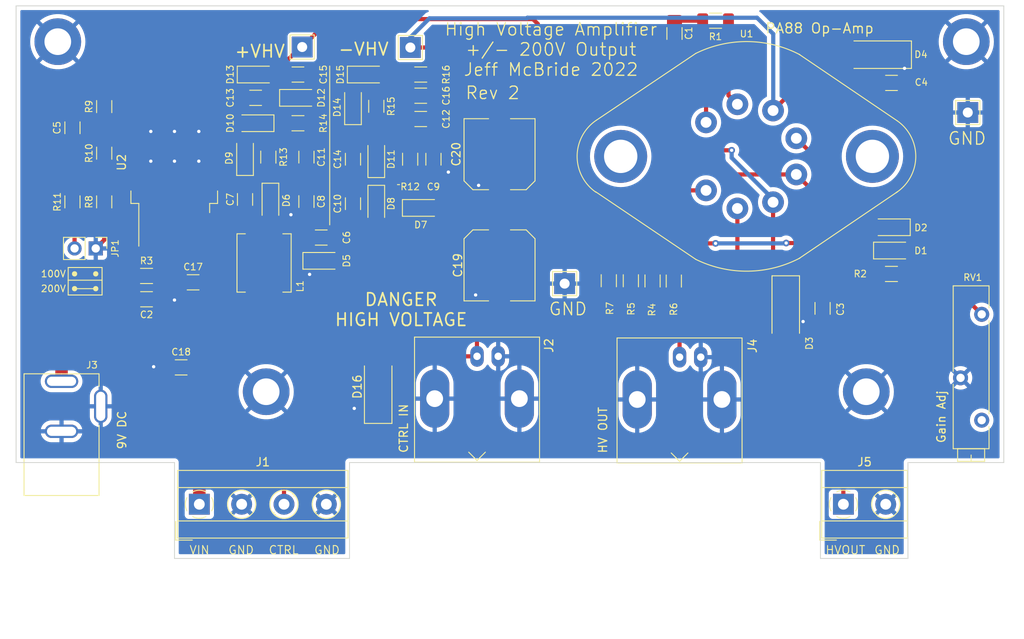
<source format=kicad_pcb>
(kicad_pcb (version 20211014) (generator pcbnew)
  (layers (0 "F.Cu" signal) (31 "B.Cu" signal) (34 "B.Paste" user) (35 "F.Paste" user) (36 "B.SilkS" user "B.Silkscreen") (37 "F.SilkS" user "F.Silkscreen") (38 "B.Mask" user) (39 "F.Mask" user) (44 "Edge.Cuts" user))
  (net 0 "")
  (net 1 "Net-(C1-Pad1)")
  (net 2 "Net-(C1-Pad2)")
  (net 3 "GND")
  (net 4 "Net-(C2-Pad2)")
  (net 5 "Net-(C10-Pad1)")
  (net 6 "Net-(C13-Pad2)")
  (net 7 "Net-(C11-Pad1)")
  (net 8 "Net-(C12-Pad1)")
  (net 9 "Net-(C10-Pad2)")
  (net 10 "Net-(C11-Pad2)")
  (net 11 "Net-(C12-Pad2)")
  (net 12 "Net-(C14-Pad2)")
  (net 13 "/CTRL")
  (net 14 "Net-(D1-Pad2)")
  (net 15 "Net-(D7-Pad2)")
  (net 16 "Net-(D9-Pad2)")
  (net 17 "Net-(D11-Pad2)")
  (net 18 "Net-(D12-Pad2)")
  (net 19 "Net-(D15-Pad2)")
  (net 20 "/VIN")
  (net 21 "/HVOUT")
  (net 22 "Net-(JP1-Pad2)")
  (net 23 "Net-(R1-Pad2)")
  (net 24 "Net-(R4-Pad1)")
  (net 25 "Net-(R5-Pad1)")
  (net 26 "Net-(R6-Pad2)")
  (net 27 "Net-(R10-Pad2)")
  (net 29 "/FB")
  (net 30 "/SW")
  (net 31 "/VC")
  (net 32 "Net-(C13-Pad1)")
  (net 33 "+VHV")
  (net 34 "-VHV")
  (net 35 "Net-(R2-Pad2)")
  (footprint "Capacitor_SMD:C_1206_3216Metric_Pad1.33x1.80mm_HandSolder" (layer "F.Cu") (at 178.546 68.778 180)
    (fp_text reference "C12")
    (fp_text value "0.22u")
  )
  (footprint "Diode_SMD:D_SMA_Handsoldering" (layer "F.Cu") (at 173.44 100.9 90)
    (fp_text reference "D16")
    (fp_text value "SMA6J5.0CA")
  )
  (footprint "MountingHole:MountingHole_3.2mm_M3_DIN965_Pad" (layer "F.Cu") (at 160 101.5)
    (fp_text reference "H2" hide)
    (fp_text value "MountingHole_Pad")
  )
  (footprint "Diode_SMD:D_SOD-123F" (layer "F.Cu") (at 235.0775 84.56)
    (fp_text reference "D1")
    (fp_text value "DSS120U")
  )
  (footprint "Capacitor_SMD:C_1206_3216Metric_Pad1.33x1.80mm_HandSolder" (layer "F.Cu") (at 157.464 78.43 -90)
    (fp_text reference "C7")
    (fp_text value "0.22u")
  )
  (footprint "Resistor_SMD:R_1206_3216Metric_Pad1.30x1.75mm_HandSolder" (layer "F.Cu") (at 177.276 73.604 90)
    (fp_text reference "R12")
    (fp_text value "10")
  )
  (footprint "Capacitor_SMD:C_1206_3216Metric_Pad1.33x1.80mm_HandSolder" (layer "F.Cu") (at 170.418 73.604 90)
    (fp_text reference "C14")
    (fp_text value "0.22u")
  )
  (footprint "Diode_SMD:D_SMA_Handsoldering" (layer "F.Cu") (at 233.02 61.06 180)
    (fp_text reference "D4")
    (fp_text value "SMAJ200A")
  )
  (footprint "Resistor_SMD:R_1206_3216Metric_Pad1.30x1.75mm_HandSolder" (layer "F.Cu") (at 136.758 78.72 90)
    (fp_text reference "R11")
    (fp_text value "12.4k")
  )
  (footprint "jmlib:BNC_Amphenol_B6252HB-NPP3G-50_Horizontal" (layer "F.Cu") (at 209.6 97.35 180)
    (fp_text reference "J4")
    (fp_text value "BNC")
  )
  (footprint "Resistor_SMD:R_1206_3216Metric_Pad1.30x1.75mm_HandSolder" (layer "F.Cu") (at 160.258 73.35 -90)
    (fp_text reference "R13")
    (fp_text value "10")
  )
  (footprint "Resistor_SMD:R_1206_3216Metric_Pad1.30x1.75mm_HandSolder" (layer "F.Cu") (at 203.756 88.186 -90)
    (fp_text reference "R5")
    (fp_text value "499k")
  )
  (footprint "Package_TO_SOT_SMD:TO-263-5_TabPin3" (layer "F.Cu") (at 148.97 75.96 90)
    (fp_text reference "U2")
    (fp_text value "LT117xHV")
  )
  (footprint "Resistor_SMD:R_1206_3216Metric_Pad1.30x1.75mm_HandSolder" (layer "F.Cu") (at 145.648 87.61)
    (fp_text reference "R3")
    (fp_text value "1k")
  )
  (footprint "Diode_SMD:D_SOD-123F" (layer "F.Cu") (at 158.734 63.444)
    (fp_text reference "D13")
    (fp_text value "DSS120U")
  )
  (footprint "TestPoint:TestPoint_THTPad_2.5x2.5mm_Drill1.2mm" (layer "F.Cu") (at 244.18 68)
    (fp_text reference "TP3" hide)
    (fp_text value "GND")
  )
  (footprint "Capacitor_SMD:C_1206_3216Metric_Pad1.33x1.80mm_HandSolder" (layer "F.Cu") (at 151.236 88.372)
    (fp_text reference "C17")
    (fp_text value "10u")
  )
  (footprint "Resistor_SMD:R_1206_3216Metric_Pad1.30x1.75mm_HandSolder" (layer "F.Cu") (at 163.814 69.286 180)
    (fp_text reference "R14")
    (fp_text value "10")
  )
  (footprint "jmlib:PJ-202AH" (layer "F.Cu") (at 135.45 100.25 -90)
    (fp_text reference "J3")
    (fp_text value "Barrel_Jack_Switch")
  )
  (footprint "Diode_SMD:D_SOD-123F" (layer "F.Cu") (at 160.512 78.684 -90)
    (fp_text reference "D6")
    (fp_text value "DSS120U")
  )
  (footprint "Resistor_SMD:R_1206_3216Metric_Pad1.30x1.75mm_HandSolder" (layer "F.Cu") (at 208.91 88.22 -90)
    (fp_text reference "R6")
    (fp_text value "150")
  )
  (footprint "Resistor_SMD:R_1206_3216Metric_Pad1.30x1.75mm_HandSolder" (layer "F.Cu") (at 206.36 88.21 90)
    (fp_text reference "R4")
    (fp_text value "499k")
  )
  (footprint "jmlib:TerminalBlock_MetzConnect_Type101_RT01602HBWC_1x02_P5.08mm_Horizontal" (layer "F.Cu") (at 229.255 115)
    (fp_text reference "J5")
    (fp_text value "Screw_Terminal_01x02")
  )
  (footprint "Diode_SMD:D_SOD-123F" (layer "F.Cu") (at 173.212 78.938 -90)
    (fp_text reference "D8")
    (fp_text value "DSS120U")
  )
  (footprint "Diode_SMD:D_SOD-123F" (layer "F.Cu") (at 170.418 67.254 90)
    (fp_text reference "D14")
    (fp_text value "DSS120U")
  )
  (footprint "Resistor_SMD:R_1206_3216Metric_Pad1.30x1.75mm_HandSolder" (layer "F.Cu") (at 235.02 87.37)
    (fp_text reference "R2")
    (fp_text value "16.9k")
  )
  (footprint "Potentiometer_THT:Potentiometer_Bourns_3005_Horizontal" (layer "F.Cu") (at 245.852 92.214 90)
    (fp_text reference "RV1")
    (fp_text value "50k")
  )
  (footprint "Capacitor_SMD:C_1206_3216Metric_Pad1.33x1.80mm_HandSolder" (layer "F.Cu") (at 163.814 63.444 180)
    (fp_text reference "C15")
    (fp_text value "0.22u")
  )
  (footprint "Resistor_SMD:R_1206_3216Metric_Pad1.30x1.75mm_HandSolder" (layer "F.Cu") (at 140.568 78.72 90)
    (fp_text reference "R8")
    (fp_text value "12.4k")
  )
  (footprint "Diode_SMD:D_SOD-123F" (layer "F.Cu") (at 158.734 69.286 180)
    (fp_text reference "D10")
    (fp_text value "DSS120U")
  )
  (footprint "Diode_SMD:D_SOD-123F" (layer "F.Cu") (at 166.608 85.796)
    (fp_text reference "D5")
    (fp_text value "DSS120U")
  )
  (footprint "Capacitor_SMD:C_1206_3216Metric_Pad1.33x1.80mm_HandSolder" (layer "F.Cu") (at 145.648 90.404 180)
    (fp_text reference "C2")
    (fp_text value "1u")
  )
  (footprint "Capacitor_SMD:C_1206_3216Metric_Pad1.33x1.80mm_HandSolder" (layer "F.Cu") (at 136.758 69.83 90)
    (fp_text reference "C5")
    (fp_text value "DNP")
  )
  (footprint "Capacitor_SMD:C_1206_3216Metric_Pad1.33x1.80mm_HandSolder" (layer "F.Cu") (at 164.83 78.684 90)
    (fp_text reference "C8")
    (fp_text value "0.22u")
  )
  (footprint "Resistor_SMD:R_1206_3216Metric_Pad1.30x1.75mm_HandSolder" (layer "F.Cu") (at 213.92 56.98)
    (fp_text reference "R1")
    (fp_text value "100")
  )
  (footprint "jmlib:TerminalBlock_MetzConnect_Type101_RT01604HBWC_1x04_P5.08mm_Horizontal" (layer "F.Cu") (at 151.98 115)
    (fp_text reference "J1")
    (fp_text value "CTRL_TERM")
  )
  (footprint "MountingHole:MountingHole_3.2mm_M3_DIN965_Pad" (layer "F.Cu") (at 135 59.5)
    (fp_text reference "H3" hide)
    (fp_text value "MountingHole_Pad")
  )
  (footprint "Capacitor_SMD:C_1206_3216Metric_Pad1.33x1.80mm_HandSolder" (layer "F.Cu") (at 158.734 66.238 180)
    (fp_text reference "C13")
    (fp_text value "0.22u")
  )
  (footprint "Capacitor_SMD:C_1206_3216Metric_Pad1.33x1.80mm_HandSolder" (layer "F.Cu") (at 178.546 65.984)
    (fp_text reference "C16")
    (fp_text value "0.22u")
  )
  (footprint "Diode_SMD:D_SOD-123F" (layer "F.Cu") (at 171.942 63.444)
    (fp_text reference "D15")
    (fp_text value "DSS120U")
  )
  (footprint "TestPoint:TestPoint_THTPad_2.5x2.5mm_Drill1.2mm" (layer "F.Cu") (at 195.81 88.53)
    (fp_text reference "TP4" hide)
    (fp_text value "GND")
  )
  (footprint "Diode_SMD:D_SMA_Handsoldering" (layer "F.Cu") (at 222.34 91.99 -90)
    (fp_text reference "D3")
    (fp_text value "SMAJ200A")
  )
  (footprint "jmlib:BNC_Amphenol_B6252HB-NPP3G-50_Horizontal" (layer "F.Cu") (at 185.3 97.25 180)
    (fp_text reference "J2")
    (fp_text value "BNC")
  )
  (footprint "MountingHole:MountingHole_3.2mm_M3_DIN965_Pad" (layer "F.Cu") (at 244 59.5)
    (fp_text reference "H4" hide)
    (fp_text value "MountingHole_Pad")
  )
  (footprint "TestPoint:TestPoint_THTPad_2.5x2.5mm_Drill1.2mm" (layer "F.Cu") (at 164.322 60.142)
    (fp_text reference "TP1" hide)
    (fp_text value "+VHV")
  )
  (footprint "MountingHole:MountingHole_3.2mm_M3_DIN965_Pad" (layer "F.Cu") (at 232 101.5)
    (fp_text reference "H1" hide)
    (fp_text value "MountingHole_Pad")
  )
  (footprint "Capacitor_SMD:C_1206_3216Metric_Pad1.33x1.80mm_HandSolder" (layer "F.Cu") (at 226.76 91.5 -90)
    (fp_text reference "C3")
    (fp_text value "0.1u")
  )
  (footprint "Symbol:Symbol_HighVoltage_Type2_CopperTop_VerySmall" (layer "F.Cu") (at 176.23 85.97)
    (fp_text reference "REF**" hide)
    (fp_text value "Symbol_HighVoltage_Type2_CopperTop_VerySmall")
  )
  (footprint "Resistor_SMD:R_1206_3216Metric_Pad1.30x1.75mm_HandSolder" (layer "F.Cu") (at 140.568 72.878 90)
    (fp_text reference "R10")
    (fp_text value "499k")
  )
  (footprint "Diode_SMD:D_SOD-123F" (layer "F.Cu") (at 163.814 66.238)
    (fp_text reference "D12")
    (fp_text value "DSS120U")
  )
  (footprint "Diode_SMD:D_SOD-123F" (layer "F.Cu") (at 235.0775 81.766 180)
    (fp_text reference "D2")
    (fp_text value "DSS120U")
  )
  (footprint "Resistor_SMD:R_1206_3216Metric_Pad1.30x1.75mm_HandSolder" (layer "F.Cu") (at 173.212 67.254 90)
    (fp_text reference "R15")
    (fp_text value "10")
  )
  (footprint "Capacitor_SMD:C_1206_3216Metric_Pad1.33x1.80mm_HandSolder" (layer "F.Cu") (at 149.8 98.58)
    (fp_text reference "C18")
    (fp_text value "10u")
  )
  (footprint "Capacitor_SMD:C_1206_3216Metric_Pad1.33x1.80mm_HandSolder" (layer "F.Cu") (at 170.418 78.938 90)
    (fp_text reference "C10")
    (fp_text value "0.22u")
  )
  (footprint "Capacitor_SMD:C_1206_3216Metric_Pad1.33x1.80mm_HandSolder" (layer "F.Cu") (at 166.608 83.002)
    (fp_text reference "C6")
    (fp_text value "0.22u")
  )
  (footprint "Capacitor_SMD:C_1206_3216Metric_Pad1.33x1.80mm_HandSolder" (layer "F.Cu") (at 235.03 64.45)
    (fp_text reference "C4")
    (fp_text value "0.1u")
  )
  (footprint "Diode_SMD:D_SOD-123F" (layer "F.Cu") (at 157.464 73.35 90)
    (fp_text reference "D9")
    (fp_text value "DSS120U")
  )
  (footprint "TestPoint:TestPoint_THTPad_2.5x2.5mm_Drill1.2mm" (layer "F.Cu") (at 177.3 60.2)
    (fp_text reference "TP2" hide)
    (fp_text value "-VHV")
  )
  (footprint "Capacitor_SMD:C_1206_3216Metric_Pad1.33x1.80mm_HandSolder" (layer "F.Cu") (at 164.83 73.35 90)
    (fp_text reference "C11")
    (fp_text value "0.22u")
  )
  (footprint "jmlib:TO-3-8" (layer "F.Cu") (at 217.638 73.262)
    (fp_text reference "U1")
    (fp_text value "PA88")
  )
  (footprint "jmlib:Inductor_SPM6545_7x6.5" (layer "F.Cu") (at 159.75 86.05 90)
    (fp_text reference "L1")
    (fp_text value "68uH")
  )
  (footprint "Capacitor_SMD:C_1206_3216Metric_Pad1.33x1.80mm_HandSolder" (layer "F.Cu") (at 180.07 73.604 90)
    (fp_text reference "C9")
    (fp_text value "0.22u")
  )
  (footprint "Resistor_SMD:R_1206_3216Metric_Pad1.30x1.75mm_HandSolder" (layer "F.Cu") (at 178.546 63.444)
    (fp_text reference "R16")
    (fp_text value "10")
  )
  (footprint "Connector_PinHeader_2.54mm:PinHeader_1x02_P2.54mm_Vertical" (layer "F.Cu") (at 139.552 84.308 -90)
    (fp_text reference "JP1")
    (fp_text value "100/200V SEL")
  )
  (footprint "Resistor_SMD:R_1206_3216Metric_Pad1.30x1.75mm_HandSolder" (layer "F.Cu") (at 140.568 67.29 90)
    (fp_text reference "R9")
    (fp_text value "499k")
  )
  (footprint "Diode_SMD:D_SOD-123F" (layer "F.Cu") (at 178.546 79.446)
    (fp_text reference "D7")
    (fp_text value "DSS120U")
  )
  (footprint "Capacitor_SMD:C_1206_3216Metric_Pad1.33x1.80mm_HandSolder" (layer "F.Cu") (at 208.99 58.52 -90)
    (fp_text reference "C1")
    (fp_text value "15pF")
  )
  (footprint "Capacitor_SMD:C_Elec_8x10.2" (layer "F.Cu") (at 188 86.34 -90)
    (fp_text reference "C19")
    (fp_text value "1.8u")
  )
  (footprint "Diode_SMD:D_SOD-123F" (layer "F.Cu") (at 173.212 73.604 90)
    (fp_text reference "D11")
    (fp_text value "DSS120U")
  )
  (footprint "Capacitor_SMD:C_Elec_8x10.2" (layer "F.Cu") (at 188 73 90)
    (fp_text reference "C20")
    (fp_text value "1.8u")
  )
  (footprint "Resistor_SMD:R_1206_3216Metric_Pad1.30x1.75mm_HandSolder" (layer "F.Cu") (at 201.11 88.18 90)
    (fp_text reference "R7")
    (fp_text value "100")
  )
  (gr_line (start 137.012 89.134) (end 139.552 89.134) (layer "F.SilkS") (width 0.12))
  (gr_line (start 176.006 76.652) (end 175.752 76.652) (layer "F.SilkS") (width 0.12))
  (gr_circle (center 137.012 87.356) (end 137.266 87.356) (layer "F.SilkS") (width 0.12) (fill solid))
  (gr_line (start 140.314 88.118) (end 136.25 88.118) (layer "F.SilkS") (width 0.12))
  (gr_line (start 136.25 88.118) (end 136.25 89.896) (layer "F.SilkS") (width 0.12))
  (gr_line (start 140.314 86.594) (end 140.314 88.118) (layer "F.SilkS") (width 0.12))
  (gr_circle (center 137.012 89.134) (end 137.266 89.134) (layer "F.SilkS") (width 0.12) (fill solid))
  (gr_line (start 136.25 88.118) (end 136.25 86.594) (layer "F.SilkS") (width 0.12))
  (gr_line (start 136.25 89.896) (end 140.314 89.896) (layer "F.SilkS") (width 0.12))
  (gr_circle (center 139.552 89.134) (end 139.806 89.134) (layer "F.SilkS") (width 0.12) (fill solid))
  (gr_line (start 136.25 86.594) (end 140.314 86.594) (layer "F.SilkS") (width 0.12))
  (gr_line (start 167.624 62.428) (end 167.624 81.478) (layer "F.SilkS") (width 0.12))
  (gr_circle (center 139.552 87.356) (end 139.806 87.356) (layer "F.SilkS") (width 0.12) (fill solid))
  (gr_line (start 140.314 89.896) (end 140.314 88.118) (layer "F.SilkS") (width 0.12))
  (gr_line (start 130 110) (end 130 55.2) (layer "Edge.Cuts") (width 0.1))
  (gr_line (start 248.5 110) (end 237 110) (layer "Edge.Cuts") (width 0.1))
  (gr_line (start 237 110) (end 237 121.5) (layer "Edge.Cuts") (width 0.1))
  (gr_line (start 170 121.5) (end 149 121.5) (layer "Edge.Cuts") (width 0.1))
  (gr_line (start 248.5 55.2) (end 248.5 110) (layer "Edge.Cuts") (width 0.1))
  (gr_line (start 237 121.5) (end 226.5 121.5) (layer "Edge.Cuts") (width 0.1))
  (gr_line (start 149 121.5) (end 149 110) (layer "Edge.Cuts") (width 0.1))
  (gr_line (start 226.5 110) (end 170 110) (layer "Edge.Cuts") (width 0.1))
  (gr_line (start 130 55.2) (end 248.5 55.2) (layer "Edge.Cuts") (width 0.1))
  (gr_line (start 226.5 121.5) (end 226.5 110) (layer "Edge.Cuts") (width 0.1))
  (gr_line (start 170 110) (end 170 121.5) (layer "Edge.Cuts") (width 0.1))
  (gr_line (start 149 110) (end 130 110) (layer "Edge.Cuts") (width 0.1))
  (gr_text "GND" (at 196.21 91.57) (layer "F.SilkS") (effects (font (size 1.5 1.5))))
  (gr_text "-VHV" (at 171.688 60.396) (layer "F.SilkS") (effects (font (size 1.5 1.5) (thickness 0.2))))
  (gr_text "High Voltage Amplifier\n+/- 200V Output\nJeff McBride 2022" (at 194.17 60.43) (layer "F.SilkS") (effects (font (size 1.5 1.5))))
  (gr_text "GND" (at 167.3 120.5) (layer "F.SilkS") (effects (font (size 1 1) (thickness 0.12))))
  (gr_text "GND" (at 157 120.5) (layer "F.SilkS") (effects (font (size 1 1) (thickness 0.12))))
  (gr_text "Gain Adj" (at 241 104.5 90) (layer "F.SilkS") (effects (font (size 1 1))))
  (gr_text "GND" (at 244.1 71.11) (layer "F.SilkS") (effects (font (size 1.5 1.5))))
  (gr_text "HV OUT" (at 200.4 106.1 90) (layer "F.SilkS") (effects (font (size 1 1))))
  (gr_text "CTRL" (at 162.1 120.5) (layer "F.SilkS") (effects (font (size 1 1) (thickness 0.12))))
  (gr_text "GND" (at 234.5 120.5) (layer "F.SilkS") (effects (font (size 1 1) (thickness 0.12))))
  (gr_text "PA88 Op-Amp" (at 226.4 57.9) (layer "F.SilkS") (effects (font (size 1.2 1.2))))
  (gr_text "VIN" (at 152 120.5) (layer "F.SilkS") (effects (font (size 1 1) (thickness 0.12))))
  (gr_text "CTRL IN" (at 176.5 105.9 90) (layer "F.SilkS") (effects (font (size 1 1))))
  (gr_text "+VHV" (at 159.242 60.65) (layer "F.SilkS") (effects (font (size 1.5 1.5) (thickness 0.2))))
  (gr_text "HVOUT" (at 229.5 120.5) (layer "F.SilkS") (effects (font (size 1 1) (thickness 0.12))))
  (gr_text "Rev 2" (at 187.17 65.64) (layer "F.SilkS") (effects (font (size 1.5 1.5))))
  (gr_text "DANGER\nHIGH VOLTAGE" (at 176.19 91.65) (layer "F.SilkS") (effects (font (size 1.5 1.5) (thickness 0.2))))
  (gr_text "9V DC" (at 142.7 106.1 90) (layer "F.SilkS") (effects (font (size 1 1))))
  (gr_text "100V" (at 134.472 87.356) (layer "F.SilkS") (effects (font (size 0.8 0.8) (thickness 0.12))))
  (gr_text "200V" (at 134.472 89.134) (layer "F.SilkS") (effects (font (size 0.8 0.8) (thickness 0.12))))
  (segment (start 209.0125 56.98) (end 208.99 56.9575) (width 0.5) (layer "F.Cu") (net 1))
  (segment (start 212.37 56.98) (end 209.0125 56.98) (width 0.5) (layer "F.Cu") (net 1))
  (segment (start 212.778 63.8705) (end 208.99 60.0825) (width 0.5) (layer "F.Cu") (net 2))
  (segment (start 212.778 69.182) (end 212.778 63.8705) (width 0.5) (layer "F.Cu") (net 2))
  (segment (start 140.568 80.27) (end 140.568 83.292) (width 0.5) (layer "F.Cu") (net 3))
  (segment (start 148.97 81.735) (end 148.97 72.585) (width 0.5) (layer "F.Cu") (net 3))
  (segment (start 149.6735 88.372) (end 149.6735 89.8265) (width 0.5) (layer "F.Cu") (net 3))
  (segment (start 148.97 86.15) (end 148.97 81.735) (width 0.5) (layer "F.Cu") (net 3))
  (segment (start 140.568 83.292) (end 139.552 84.308) (width 0.5) (layer "F.Cu") (net 3))
  (segment (start 236.5725 64.46) (end 236.5725 62.7175) (width 0.5) (layer "F.Cu") (net 3))
  (segment (start 148.2375 98.58) (end 146.58 98.58) (width 0.5) (layer "F.Cu") (net 3))
  (segment (start 181.8435 75.1665) (end 181.86 75.15) (width 0.5) (layer "F.Cu") (net 3))
  (segment (start 187.69 89.94) (end 185.18 89.94) (width 0.5) (layer "F.Cu") (net 3))
  (segment (start 235.51 61.05) (end 236.59 62.13) (width 0.5) (layer "F.Cu") (net 3))
  (segment (start 165.208 85.796) (end 165.208 87.418) (width 0.5) (layer "F.Cu") (net 3))
  (segment (start 226 93.0825) (end 224.4225 93.0825) (width 0.5) (layer "F.Cu") (net 3))
  (segment (start 173.46 103.57) (end 170.64 103.57) (width 0.5) (layer "F.Cu") (net 3))
  (segment (start 147.2105 90.404) (end 148.904 90.404) (width 0.5) (layer "F.Cu") (net 3))
  (segment (start 148.904 90.404) (end 149 90.5) (width 0.5) (layer "F.Cu") (net 3))
  (segment (start 185.18 89.94) (end 185.13 89.89) (width 0.5) (layer "F.Cu") (net 3))
  (segment (start 185.53 76.78) (end 185.49 76.74) (width 0.5) (layer "F.Cu") (net 3))
  (segment (start 224.19 93.08) (end 224.42 93.08) (width 0.5) (layer "F.Cu") (net 3))
  (segment (start 149.6735 86.8535) (end 148.97 86.15) (width 0.5) (layer "F.Cu") (net 3))
  (segment (start 164.83 80.2465) (end 162.9835 80.2465) (width 0.5) (layer "F.Cu") (net 3))
  (segment (start 162.9835 80.2465) (end 162.97 80.26) (width 0.5) (layer "F.Cu") (net 3))
  (segment (start 149.6735 89.8265) (end 149 90.5) (width 0.5) (layer "F.Cu") (net 3))
  (segment (start 187.83 76.78) (end 185.53 76.78) (width 0.5) (layer "F.Cu") (net 3))
  (segment (start 149.6735 88.372) (end 149.6735 86.8535) (width 0.5) (layer "F.Cu") (net 3))
  (segment (start 236.5725 62.7175) (end 236.59 62.7) (width 0.5) (layer "F.Cu") (net 3))
  (segment (start 165.208 87.418) (end 165.21 87.42) (width 0.5) (layer "F.Cu") (net 3))
  (segment (start 222.33 94.94) (end 224.19 93.08) (width 0.5) (layer "F.Cu") (net 3))
  (segment (start 146.58 98.58) (end 146.5 98.5) (width 0.5) (layer "F.Cu") (net 3))
  (segment (start 224.4225 93.0825) (end 224.42 93.08) (width 0.5) (layer "F.Cu") (net 3))
  (segment (start 180.07 75.1665) (end 181.8435 75.1665) (width 0.5) (layer "F.Cu") (net 3))
  (segment (start 236.59 62.13) (end 236.59 62.7) (width 0.5) (layer "F.Cu") (net 3))
  (via (at 185.13 89.89) (size 0.8) (drill 0.4) (layers "F.Cu" "B.Cu") (net 3))
  (via (at 149 73.84) (size 0.8) (drill 0.4) (layers "F.Cu" "B.Cu") (net 3))
  (via (at 162.97 80.26) (size 0.8) (drill 0.4) (layers "F.Cu" "B.Cu") (net 3))
  (via (at 149 90.5) (size 0.8) (drill 0.4) (layers "F.Cu" "B.Cu") (net 3))
  (via (at 151.92 73.84) (size 0.8) (drill 0.4) (layers "F.Cu" "B.Cu") (net 3))
  (via (at 149 70.27) (size 0.8) (drill 0.4) (layers "F.Cu" "B.Cu") (net 3))
  (via (at 151.92 70.27) (size 0.8) (drill 0.4) (layers "F.Cu" "B.Cu") (net 3))
  (via (at 236.59 62.7) (size 0.8) (drill 0.4) (layers "F.Cu" "B.Cu") (net 3))
  (via (at 181.86 75.15) (size 0.8) (drill 0.4) (layers "F.Cu" "B.Cu") (net 3))
  (via (at 146.16 70.27) (size 0.8) (drill 0.4) (layers "F.Cu" "B.Cu") (net 3))
  (via (at 165.21 87.42) (size 0.8) (drill 0.4) (layers "F.Cu" "B.Cu") (net 3))
  (via (at 224.42 93.08) (size 0.8) (drill 0.4) (layers "F.Cu" "B.Cu") (net 3))
  (via (at 146.5 98.5) (size 0.8) (drill 0.4) (layers "F.Cu" "B.Cu") (net 3))
  (via (at 146.16 73.84) (size 0.8) (drill 0.4) (layers "F.Cu" "B.Cu") (net 3))
  (via (at 185.49 76.74) (size 0.8) (drill 0.4) (layers "F.Cu" "B.Cu") (net 3))
  (via (at 170.57 103.5) (size 0.8) (drill 0.4) (layers "F.Cu" "B.Cu") (net 3))
  (segment (start 144.0855 87.6225) (end 144.098 87.61) (width 0.5) (layer "F.Cu") (net 4))
  (segment (start 144.0855 90.404) (end 144.0855 87.6225) (width 0.5) (layer "F.Cu") (net 4))
  (segment (start 170.418 81.078) (end 171.21 81.87) (width 0.5) (layer "F.Cu") (net 5))
  (segment (start 168.1705 81.6895) (end 169.3595 80.5005) (width 0.5) (layer "F.Cu") (net 5))
  (segment (start 168.17 84.82) (end 168.17 83.93) (width 0.5) (layer "F.Cu") (net 5))
  (segment (start 171.21 81.87) (end 174.722 81.87) (width 0.5) (layer "F.Cu") (net 5))
  (segment (start 169.3595 80.5005) (end 170.418 80.5005) (width 0.5) (layer "F.Cu") (net 5))
  (segment (start 174.722 81.87) (end 177.146 79.446) (width 0.5) (layer "F.Cu") (net 5))
  (segment (start 170.418 80.5005) (end 170.418 81.078) (width 0.5) (layer "F.Cu") (net 5))
  (segment (start 168.008 84.982) (end 168.17 84.82) (width 0.5) (layer "F.Cu") (net 5))
  (segment (start 168.1705 83.002) (end 168.1705 81.6895) (width 0.5) (layer "F.Cu") (net 5))
  (segment (start 168.17 83.93) (end 168.1705 83.9295) (width 0.5) (layer "F.Cu") (net 5))
  (segment (start 168.008 85.796) (end 168.008 84.982) (width 0.5) (layer "F.Cu") (net 5))
  (segment (start 168.1705 83.9295) (end 168.1705 83.002) (width 0.5) (layer "F.Cu") (net 5))
  (segment (start 157.334 69.286) (end 157.334 67.914) (width 0.5) (layer "F.Cu") (net 6))
  (segment (start 157.1715 67.7515) (end 157.1715 66.238) (width 0.5) (layer "F.Cu") (net 6))
  (segment (start 156 73.4) (end 156 70.62) (width 0.5) (layer "F.Cu") (net 6))
  (segment (start 156 70.62) (end 157.334 69.286) (width 0.5) (layer "F.Cu") (net 6))
  (segment (start 157.35 74.75) (end 156 73.4) (width 0.5) (layer "F.Cu") (net 6))
  (segment (start 157.464 76.8675) (end 157.464 74.75) (width 0.5) (layer "F.Cu") (net 6))
  (segment (start 157.334 67.914) (end 157.1715 67.7515) (width 0.5) (layer "F.Cu") (net 6))
  (segment (start 157.464 74.75) (end 157.35 74.75) (width 0.5) (layer "F.Cu") (net 6))
  (segment (start 160.512 77.284) (end 160.512 75.154) (width 0.5) (layer "F.Cu") (net 7))
  (segment (start 160.512 77.284) (end 164.6675 77.284) (width 0.5) (layer "F.Cu") (net 7))
  (segment (start 160.512 75.154) (end 160.258 74.9) (width 0.5) (layer "F.Cu") (net 7))
  (segment (start 164.6675 77.284) (end 164.83 77.1215) (width 0.5) (layer "F.Cu") (net 7))
  (segment (start 164.83 77.1215) (end 164.83 74.9125) (width 0.5) (layer "F.Cu") (net 7))
  (segment (start 173.982 77.538) (end 175.22 76.3) (width 0.5) (layer "F.Cu") (net 8))
  (segment (start 180.0575 72.054) (end 180.07 72.0415) (width 0.5) (layer "F.Cu") (net 8))
  (segment (start 177.276 72.054) (end 180.0575 72.054) (width 0.5) (layer "F.Cu") (net 8))
  (segment (start 180.07 72.0415) (end 180.1085 72.003) (width 0.5) (layer "F.Cu") (net 8))
  (segment (start 175.22 76.3) (end 175.22 74.11) (width 0.5) (layer "F.Cu") (net 8))
  (segment (start 180.1085 72.003) (end 180.1085 68.778) (width 0.5) (layer "F.Cu") (net 8))
  (segment (start 175.22 74.11) (end 177.276 72.054) (width 0.5) (layer "F.Cu") (net 8))
  (segment (start 173.212 77.538) (end 173.982 77.538) (width 0.5) (layer "F.Cu") (net 8))
  (segment (start 171.8635 75.1665) (end 172.03 75) (width 0.5) (layer "F.Cu") (net 9))
  (segment (start 173.212 80.292) (end 170.418 77.498) (width 0.5) (layer "F.Cu") (net 9))
  (segment (start 173.212 80.338) (end 173.212 80.292) (width 0.5) (layer "F.Cu") (net 9))
  (segment (start 173.208 75) (end 173.212 75.004) (width 0.5) (layer "F.Cu") (net 9))
  (segment (start 170.418 77.498) (end 170.418 77.3755) (width 0.5) (layer "F.Cu") (net 9))
  (segment (start 170.418 75.1665) (end 171.8635 75.1665) (width 0.5) (layer "F.Cu") (net 9))
  (segment (start 172.03 75) (end 173.208 75) (width 0.5) (layer "F.Cu") (net 9))
  (segment (start 170.418 77.3755) (end 170.418 75.1665) (width 0.5) (layer "F.Cu") (net 9))
  (segment (start 165.3765 63.5635) (end 165.3765 63.444) (width 0.5) (layer "F.Cu") (net 10))
  (segment (start 163.82 67.73) (end 163.82 65.12) (width 0.5) (layer "F.Cu") (net 10))
  (segment (start 160.134 69.286) (end 162.264 69.286) (width 0.5) (layer "F.Cu") (net 10))
  (segment (start 164.83 71.7875) (end 164.7655 71.7875) (width 0.5) (layer "F.Cu") (net 10))
  (segment (start 163.82 65.12) (end 165.3765 63.5635) (width 0.5) (layer "F.Cu") (net 10))
  (segment (start 164.7655 71.7875) (end 162.264 69.286) (width 0.5) (layer "F.Cu") (net 10))
  (segment (start 162.264 69.286) (end 163.82 67.73) (width 0.5) (layer "F.Cu") (net 10))
  (segment (start 175.264 65.984) (end 176.9835 65.984) (width 0.5) (layer "F.Cu") (net 11))
  (segment (start 176.9835 68.778) (end 176.9835 65.984) (width 0.5) (layer "F.Cu") (net 11))
  (segment (start 174.984 65.704) (end 175.264 65.984) (width 0.5) (layer "F.Cu") (net 11))
  (segment (start 170.418 68.654) (end 170.418 68.498) (width 0.5) (layer "F.Cu") (net 11))
  (segment (start 173.212 65.704) (end 174.984 65.704) (width 0.5) (layer "F.Cu") (net 11))
  (segment (start 170.418 68.498) (end 173.212 65.704) (width 0.5) (layer "F.Cu") (net 11))
  (segment (start 170.418 71.608) (end 168.6 69.79) (width 0.5) (layer "F.Cu") (net 12))
  (segment (start 170.418 65.854) (end 170.418 63.568) (width 0.5) (layer "F.Cu") (net 12))
  (segment (start 170.418 72.0415) (end 170.418 71.608) (width 0.5) (layer "F.Cu") (net 12))
  (segment (start 169.446 65.854) (end 170.418 65.854) (width 0.5) (layer "F.Cu") (net 12))
  (segment (start 170.418 63.568) (end 170.542 63.444) (width 0.5) (layer "F.Cu") (net 12))
  (segment (start 168.6 66.7) (end 169.446 65.854) (width 0.5) (layer "F.Cu") (net 12))
  (segment (start 168.6 69.79) (end 168.6 66.7) (width 0.5) (layer "F.Cu") (net 12))
  (segment (start 229.942 81.766) (end 223.608 75.432) (width 0.5) (layer "F.Cu") (net 13))
  (segment (start 162.14 109.27) (end 174.16 97.25) (width 0.5) (layer "F.Cu") (net 13))
  (segment (start 186.6 93.97) (end 185.29 95.28) (width 0.5) (layer "F.Cu") (net 13))
  (segment (start 213.05 74.15) (end 209.45 74.15) (width 0.5) (layer "F.Cu") (net 13))
  (segment (start 185.29 97.24) (end 185.3 97.25) (width 0.5) (layer "F.Cu") (net 13))
  (segment (start 233.6775 81.766) (end 229.942 81.766) (width 0.5) (layer "F.Cu") (net 13))
  (segment (start 216.422 75.432) (end 215.14 74.15) (width 0.5) (layer "F.Cu") (net 13))
  (segment (start 174.16 97.25) (end 185.3 97.25) (width 0.5) (layer "F.Cu") (net 13))
  (segment (start 192.77 86.56) (end 192.77 91.75) (width 0.5) (layer "F.Cu") (net 13))
  (segment (start 185.29 95.28) (end 185.29 97.24) (width 0.5) (layer "F.Cu") (net 13))
  (segment (start 209.45 74.15) (end 199.54 84.06) (width 0.5) (layer "F.Cu") (net 13))
  (segment (start 199.54 84.06) (end 195.27 84.06) (width 0.5) (layer "F.Cu") (net 13))
  (segment (start 223.608 75.432) (end 216.422 75.432) (width 0.5) (layer "F.Cu") (net 13))
  (segment (start 162.14 115) (end 162.14 109.27) (width 0.5) (layer "F.Cu") (net 13))
  (segment (start 215.14 74.15) (end 213.05 74.15) (width 0.5) (layer "F.Cu") (net 13))
  (segment (start 233.6775 84.56) (end 233.6775 81.766) (width 0.5) (layer "F.Cu") (net 13))
  (segment (start 190.55 93.97) (end 186.6 93.97) (width 0.5) (layer "F.Cu") (net 13))
  (segment (start 195.27 84.06) (end 192.77 86.56) (width 0.5) (layer "F.Cu") (net 13))
  (segment (start 192.77 91.75) (end 190.55 93.97) (width 0.5) (layer "F.Cu") (net 13))
  (segment (start 206.36 86.66) (end 206.36 84.84) (width 0.5) (layer "F.Cu") (net 14))
  (segment (start 236.4775 84.56) (end 236.4775 81.766) (width 0.5) (layer "F.Cu") (net 14))
  (segment (start 207.5 83.7) (end 213.92 83.7) (width 0.5) (layer "F.Cu") (net 14))
  (segment (start 233.6675 87.37) (end 236.4775 84.56) (width 0.5) (layer "F.Cu") (net 14))
  (segment (start 206.62 84.58) (end 207.5 83.7) (width 0.5) (layer "F.Cu") (net 14))
  (segment (start 222.39 83.66) (end 230.67 83.66) (width 0.5) (layer "F.Cu") (net 14))
  (segment (start 236.4775 81.766) (end 236.4775 80.7675) (width 0.5) (layer "F.Cu") (net 14))
  (segment (start 231.496 78.98) (end 223.608 71.092) (width 0.5) (layer "F.Cu") (net 14))
  (segment (start 206.36 84.84) (end 206.62 84.58) (width 0.5) (layer "F.Cu") (net 14))
  (segment (start 230.67 83.66) (end 231.6 84.59) (width 0.5) (layer "F.Cu") (net 14))
  (segment (start 231.6 86.31) (end 232.66 87.37) (width 0.5) (layer "F.Cu") (net 14))
  (segment (start 234.69 78.98) (end 231.496 78.98) (width 0.5) (layer "F.Cu") (net 14))
  (segment (start 232.66 87.37) (end 233.47 87.37) (width 0.5) (layer "F.Cu") (net 14))
  (segment (start 233.47 87.37) (end 233.6675 87.37) (width 0.5) (layer "F.Cu") (net 14))
  (segment (start 236.4775 80.7675) (end 234.69 78.98) (width 0.5) (layer "F.Cu") (net 14))
  (segment (start 231.6 84.59) (end 231.6 86.31) (width 0.5) (layer "F.Cu") (net 14))
  (via (at 213.92 83.7) (size 0.8) (drill 0.4) (layers "F.Cu" "B.Cu") (net 14))
  (via (at 222.39 83.66) (size 0.8) (drill 0.4) (layers "F.Cu" "B.Cu") (net 14))
  (segment (start 222.35 83.7) (end 222.39 83.66) (width 0.5) (layer "B.Cu") (net 14))
  (segment (start 213.92 83.7) (end 222.35 83.7) (width 0.5) (layer "B.Cu") (net 14))
  (segment (start 177.276 75.876) (end 177.276 75.154) (width 0.5) (layer "F.Cu") (net 15))
  (segment (start 179.946 79.446) (end 179.946 78.546) (width 0.5) (layer "F.Cu") (net 15))
  (segment (start 179.946 78.546) (end 177.276 75.876) (width 0.5) (layer "F.Cu") (net 15))
  (segment (start 158.68 71.75) (end 160.208 71.75) (width 0.5) (layer "F.Cu") (net 16))
  (segment (start 157.464 71.95) (end 158.48 71.95) (width 0.5) (layer "F.Cu") (net 16))
  (segment (start 160.208 71.75) (end 160.258 71.8) (width 0.5) (layer "F.Cu") (net 16))
  (segment (start 158.48 71.95) (end 158.68 71.75) (width 0.5) (layer "F.Cu") (net 16))
  (segment (start 173.212 72.204) (end 173.212 68.804) (width 0.5) (layer "F.Cu") (net 17))
  (segment (start 165.364 69.286) (end 165.364 67.754) (width 0.5) (layer "F.Cu") (net 18))
  (segment (start 165.21 66.242) (end 165.214 66.238) (width 0.5) (layer "F.Cu") (net 18))
  (segment (start 165.21 67.6) (end 165.21 66.242) (width 0.5) (layer "F.Cu") (net 18))
  (segment (start 165.364 67.754) (end 165.21 67.6) (width 0.5) (layer "F.Cu") (net 18))
  (segment (start 176.996 63.444) (end 173.342 63.444) (width 0.5) (layer "F.Cu") (net 19))
  (segment (start 151.97 95.99) (end 152.7985 95.1615) (width 1.5) (layer "F.Cu") (net 20))
  (segment (start 152.99 88.1805) (end 152.7985 88.372) (width 0.5) (layer "F.Cu") (net 20))
  (segment (start 152.37 85.2) (end 152.99 85.82) (width 0.5) (layer "F.Cu") (net 20))
  (segment (start 151.98 115) (end 151.98 101.93) (width 1.5) (layer "F.Cu") (net 20))
  (segment (start 152.99 85.82) (end 152.99 88.1805) (width 0.5) (layer "F.Cu") (net 20))
  (segment (start 151.98 101.93) (end 151.3625 101.3125) (width 1.5) (layer "F.Cu") (net 20))
  (segment (start 151.3625 98.58) (end 151.3625 96.5975) (width 1.5) (layer "F.Cu") (net 20))
  (segment (start 151.3625 101.3125) (end 151.3625 98.58) (width 1.5) (layer "F.Cu") (net 20))
  (segment (start 152.7985 95.1615) (end 152.7985 88.372) (width 1.5) (layer "F.Cu") (net 20))
  (segment (start 151.3625 96.5975) (end 151.97 95.99) (width 1.5) (layer "F.Cu") (net 20))
  (segment (start 152.37 81.735) (end 152.37 85.2) (width 0.5) (layer "F.Cu") (net 20))
  (segment (start 135.45 98.32) (end 135.45 100.25) (width 1.5) (layer "F.Cu") (net 20))
  (segment (start 151.97 95.99) (end 137.78 95.99) (width 1.5) (layer "F.Cu") (net 20))
  (segment (start 137.78 95.99) (end 135.45 98.32) (width 1.5) (layer "F.Cu") (net 20))
  (segment (start 209.32 94.76) (end 203.46 94.76) (width 0.5) (layer "F.Cu") (net 21))
  (segment (start 203.46 94.76) (end 201.11 92.41) (width 0.5) (layer "F.Cu") (net 21))
  (segment (start 229.25 107.8) (end 216.21 94.76) (width 0.5) (layer "F.Cu") (net 21))
  (segment (start 216.21 94.76) (end 209.32 94.76) (width 0.5) (layer "F.Cu") (net 21))
  (segment (start 201.11 92.41) (end 201.11 89.73) (width 0.5) (layer "F.Cu") (net 21))
  (segment (start 209.6 95.04) (end 209.32 94.76) (width 0.5) (layer "F.Cu") (net 21))
  (segment (start 229.25 114.995) (end 229.25 107.8) (width 0.5) (layer "F.Cu") (net 21))
  (segment (start 229.255 115) (end 229.25 114.995) (width 0.5) (layer "F.Cu") (net 21))
  (segment (start 209.6 97.35) (end 209.6 95.04) (width 0.5) (layer "F.Cu") (net 21))
  (segment (start 137.012 84.308) (end 137.012 81.752) (width 0.5) (layer "F.Cu") (net 22))
  (segment (start 136.758 81.498) (end 136.758 80.27) (width 0.5) (layer "F.Cu") (net 22))
  (segment (start 137.012 81.752) (end 136.758 81.498) (width 0.5) (layer "F.Cu") (net 22))
  (segment (start 215.47 65.944) (end 216.538 67.012) (width 0.5) (layer "F.Cu") (net 23))
  (segment (start 215.47 56.98) (end 215.47 65.944) (width 0.5) (layer "F.Cu") (net 23))
  (segment (start 203.756 89.736) (end 206.336 89.736) (width 0.5) (layer "F.Cu") (net 24))
  (segment (start 206.336 89.736) (end 206.36 89.76) (width 0.5) (layer "F.Cu") (net 24))
  (segment (start 201.11 85.76) (end 209.528 77.342) (width 0.5) (layer "F.Cu") (net 25))
  (segment (start 203.756 86.636) (end 203.756 87.566) (width 0.5) (layer "F.Cu") (net 25))
  (segment (start 208.91 87.94) (end 208.91 86.67) (width 0.5) (layer "F.Cu") (net 25))
  (segment (start 203.756 87.566) (end 204.35 88.16) (width 0.5) (layer "F.Cu") (net 25))
  (segment (start 201.11 86.63) (end 203.75 86.63) (width 0.5) (layer "F.Cu") (net 25))
  (segment (start 204.35 88.16) (end 208.69 88.16) (width 0.5) (layer "F.Cu") (net 25))
  (segment (start 209.528 77.342) (end 212.778 77.342) (width 0.5) (layer "F.Cu") (net 25))
  (segment (start 208.69 88.16) (end 208.91 87.94) (width 0.5) (layer "F.Cu") (net 25))
  (segment (start 203.75 86.63) (end 203.756 86.636) (width 0.5) (layer "F.Cu") (net 25))
  (segment (start 201.11 86.63) (end 201.11 85.76) (width 0.5) (layer "F.Cu") (net 25))
  (segment (start 211.39 89.77) (end 216.538 84.622) (width 0.5) (layer "F.Cu") (net 26))
  (segment (start 208.91 89.77) (end 211.39 89.77) (width 0.5) (layer "F.Cu") (net 26))
  (segment (start 216.538 84.622) (end 216.538 79.512) (width 0.5) (layer "F.Cu") (net 26))
  (segment (start 140.568 68.84) (end 140.568 71.328) (width 0.5) (layer "F.Cu") (net 27))
  (segment (start 147.27 81.735) (end 147.27 79.05) (width 0.5) (layer "F.Cu") (net 29))
  (segment (start 138.268 74.428) (end 140.568 74.428) (width 0.5) (layer "F.Cu") (net 29))
  (segment (start 146.61 78.39) (end 143.06 78.39) (width 0.5) (layer "F.Cu") (net 29))
  (segment (start 136.758 77.17) (end 140.568 77.17) (width 0.5) (layer "F.Cu") (net 29))
  (segment (start 141.84 77.17) (end 140.568 77.17) (width 0.5) (layer "F.Cu") (net 29))
  (segment (start 136.758 72.918) (end 138.268 74.428) (width 0.5) (layer "F.Cu") (net 29))
  (segment (start 147.27 79.05) (end 146.61 78.39) (width 0.5) (layer "F.Cu") (net 29))
  (segment (start 140.568 74.428) (end 140.568 77.17) (width 0.5) (layer "F.Cu") (net 29))
  (segment (start 143.06 78.39) (end 141.84 77.17) (width 0.5) (layer "F.Cu") (net 29))
  (segment (start 136.758 71.3925) (end 136.758 72.918) (width 0.5) (layer "F.Cu") (net 29))
  (segment (start 151.04 78.56) (end 151.82 78.56) (width 0.5) (layer "F.Cu") (net 30))
  (segment (start 154.08 78.56) (end 155.43 79.91) (width 0.5) (layer "F.Cu") (net 30))
  (segment (start 151.82 78.56) (end 154.08 78.56) (width 0.5) (layer "F.Cu") (net 30))
  (segment (start 150.88 78.72) (end 151.04 78.56) (width 0.5) (layer "F.Cu") (net 30))
  (segment (start 165.0455 83.002) (end 159.848 83.002) (width 1.5) (layer "F.Cu") (net 30))
  (segment (start 150.67 78.93) (end 150.88 78.72) (width 0.5) (layer "F.Cu") (net 30))
  (segment (start 159.848 83.002) (end 159.75 83.1) (width 1.5) (layer "F.Cu") (net 30))
  (segment (start 150.67 81.735) (end 150.67 78.93) (width 0.5) (layer "F.Cu") (net 30))
  (segment (start 147.198 86.218) (end 145.57 84.59) (width 0.5) (layer "F.Cu") (net 31))
  (segment (start 147.198 87.61) (end 147.198 86.218) (width 0.5) (layer "F.Cu") (net 31))
  (segment (start 145.57 84.59) (end 145.57 81.735) (width 0.5) (layer "F.Cu") (net 31))
  (segment (start 160.134 64.664) (end 160.134 63.444) (width 0.5) (layer "F.Cu") (net 32))
  (segment (start 162.414 66.238) (end 160.2965 66.238) (width 0.5) (layer "F.Cu") (net 32))
  (segment (start 160.2965 64.8265) (end 160.134 64.664) (width 0.5) (layer "F.Cu") (net 32))
  (segment (start 160.2965 66.238) (end 160.2965 64.8265) (width 0.5) (layer "F.Cu") (net 32))
  (segment (start 192.01 56.79) (end 192.58 57.36) (width 0.5) (layer "F.Cu") (net 33))
  (segment (start 157.334 63.196) (end 158.74 61.79) (width 0.5) (layer "F.Cu") (net 33))
  (segment (start 157.334 63.444) (end 157.334 63.196) (width 0.5) (layer "F.Cu") (net 33))
  (segment (start 162.2515 62.1415) (end 162.2515 63.444) (width 0.5) (layer "F.Cu") (net 33))
  (segment (start 204.31 64.06) (end 211.94 71.69) (width 0.5) (layer "F.Cu") (net 33))
  (segment (start 192.58 64.06) (end 204.31 64.06) (width 0.5) (layer "F.Cu") (net 33))
  (segment (start 220.818 78.762) (end 220.818 88.428) (width 0.5) (layer "F.Cu") (net 33))
  (segment (start 192.58 57.36) (end 192.58 64.06) (width 0.5) (layer "F.Cu") (net 33))
  (segment (start 167.674 56.79) (end 192.01 56.79) (width 0.5) (layer "F.Cu") (net 33))
  (segment (start 138.6 65.74) (end 140.568 65.74) (width 0.5) (layer "F.Cu") (net 33))
  (segment (start 164.322 60.142) (end 167.674 56.79) (width 0.5) (layer "F.Cu") (net 33))
  (segment (start 140.568 63.462) (end 140.568 65.74) (width 0.5) (layer "F.Cu") (net 33))
  (segment (start 136.758 68.2675) (end 136.758 67.582) (width 0.5) (layer "F.Cu") (net 33))
  (segment (start 158.74 61.79) (end 161.9 61.79) (width 0.5) (layer "F.Cu") (net 33))
  (segment (start 162.2515 62.1415) (end 162.2515 62.0185) (width 0.5) (layer "F.Cu") (net 33))
  (segment (start 222.3475 89.9575) (end 222.33 89.94) (width 0.5) (layer "F.Cu") (net 33))
  (segment (start 220.818 88.428) (end 222.33 89.94) (width 0.5) (layer "F.Cu") (net 33))
  (segment (start 212.78 72.53) (end 211.94 71.69) (width 0.5) (layer "F.Cu") (net 33))
  (segment (start 191.36 82.74) (end 188 82.74) (width 0.5) (layer "F.Cu") (net 33))
  (segment (start 164.128 60.142) (end 164.322 60.142) (width 0.5) (layer "F.Cu") (net 33))
  (segment (start 136.758 67.582) (end 138.6 65.74) (width 0.5) (layer "F.Cu") (net 33))
  (segment (start 161.9 61.79) (end 162.2515 62.1415) (width 0.5) (layer "F.Cu") (net 33))
  (segment (start 192.58 64.06) (end 192.58 81.52) (width 0.5) (layer "F.Cu") (net 33))
  (segment (start 155.17 61.04) (end 142.99 61.04) (width 0.5) (layer "F.Cu") (net 33))
  (segment (start 157.334 63.444) (end 157.334 63.204) (width 0.5) (layer "F.Cu") (net 33))
  (segment (start 215.85 72.53) (end 212.78 72.53) (width 0.5) (layer "F.Cu") (net 33))
  (segment (start 142.99 61.04) (end 140.568 63.462) (width 0.5) (layer "F.Cu") (net 33))
  (segment (start 226 89.9575) (end 222.3475 89.9575) (width 0.5) (layer "F.Cu") (net 33))
  (segment (start 157.334 63.204) (end 155.17 61.04) (width 0.5) (layer "F.Cu") (net 33))
  (segment (start 162.2515 62.0185) (end 164.128 60.142) (width 0.5) (layer "F.Cu") (net 33))
  (segment (start 192.58 81.52) (end 191.36 82.74) (width 0.5) (layer "F.Cu") (net 33))
  (via (at 215.85 72.53) (size 0.8) (drill 0.4) (layers "F.Cu" "B.Cu") (net 33))
  (segment (start 215.85 73.43) (end 215.85 72.53) (width 0.5) (layer "B.Cu") (net 33))
  (segment (start 220.818 78.762) (end 220.818 78.398) (width 0.5) (layer "B.Cu") (net 33))
  (segment (start 220.818 78.398) (end 215.85 73.43) (width 0.5) (layer "B.Cu") (net 33))
  (segment (start 180.096 60.206) (end 180.096 63.444) (width 0.5) (layer "F.Cu") (net 34))
  (segment (start 180.1085 63.4565) (end 180.096 63.444) (width 0.5) (layer "F.Cu") (net 34))
  (segment (start 230.51 61.05) (end 227.53 61.05) (width 0.5) (layer "F.Cu") (net 34))
  (segment (start 230.51 62.64) (end 230.51 61.05) (width 0.5) (layer "F.Cu") (net 34))
  (segment (start 187.83 69.58) (end 185.86 69.58) (width 0.5) (layer "F.Cu") (net 34))
  (segment (start 185.86 69.58) (end 182.264 65.984) (width 0.5) (layer "F.Cu") (net 34))
  (segment (start 182.264 65.984) (end 180.1085 65.984) (width 0.5) (layer "F.Cu") (net 34))
  (segment (start 227.53 61.05) (end 220.818 67.762) (width 0.5) (layer "F.Cu") (net 34))
  (segment (start 177.3 60.2) (end 180.09 60.2) (width 0.5) (layer "F.Cu") (net 34))
  (segment (start 180.1085 65.984) (end 180.1085 63.4565) (width 0.5) (layer "F.Cu") (net 34))
  (segment (start 180.09 60.2) (end 180.096 60.206) (width 0.5) (layer "F.Cu") (net 34))
  (segment (start 233.4475 64.46) (end 232.33 64.46) (width 0.5) (layer "F.Cu") (net 34))
  (segment (start 232.33 64.46) (end 230.51 62.64) (width 0.5) (layer "F.Cu") (net 34))
  (segment (start 220.84 58.57) (end 220.84 67.74) (width 0.5) (layer "B.Cu") (net 34))
  (segment (start 177.3 58.99) (end 179.59 56.7) (width 0.5) (layer "B.Cu") (net 34))
  (segment (start 220.84 67.74) (end 220.818 67.762) (width 0.5) (layer "B.Cu") (net 34))
  (segment (start 179.59 56.7) (end 191.28 56.7) (width 0.5) (layer "B.Cu") (net 34))
  (segment (start 191.28 56.7) (end 191.35 56.63) (width 0.5) (layer "B.Cu") (net 34))
  (segment (start 191.35 56.63) (end 218.9 56.63) (width 0.5) (layer "B.Cu") (net 34))
  (segment (start 177.3 60.2) (end 177.3 58.99) (width 0.5) (layer "B.Cu") (net 34))
  (segment (start 218.9 56.63) (end 220.84 58.57) (width 0.5) (layer "B.Cu") (net 34))
  (segment (start 245.852 92.214) (end 241.008 87.37) (width 0.5) (layer "F.Cu") (net 35))
  (segment (start 241.008 87.37) (end 236.57 87.37) (width 0.5) (layer "F.Cu") (net 35))
  (zone (net 30) (net_name "/SW") (layer "F.Cu") (connect_pads yes (clearance 0.508)) (min_thickness 0.254) (fill yes (thermal_gap 0.508) (thermal_bridge_width 0.508))
    (polygon (pts (xy 161.47 84.3) (xy 157.85 84.3) (xy 154.48 80.93) (xy 154.59 80.93) (xy 154.59 79.12) (xy 161.47 79.12)))
  )
  (zone (net 3) (net_name "GND") (layer "F.Cu") (connect_pads yes (clearance 0.508)) (min_thickness 0.254) (fill yes (thermal_gap 0.508) (thermal_bridge_width 0.508))
    (polygon (pts (xy 154.4 70) (xy 143.6 70) (xy 143.58 67.54) (xy 143.6 62) (xy 154.4 62)))
  )
  (zone (net 20) (net_name "/VIN") (layer "F.Cu") (connect_pads yes (clearance 0.508)) (min_thickness 0.254) (fill yes (thermal_gap 0.508) (thermal_bridge_width 0.508))
    (polygon (pts (xy 159.85 87.52) (xy 161.37 87.52) (xy 161.37 90.18) (xy 151.86 90.18) (xy 151.86 82.65) (xy 154.98 82.65)))
  )
  (zone (net 3) (net_name "GND") (layer "B.Cu") (connect_pads (clearance 0.508)) (min_thickness 0.254) (fill yes (thermal_gap 0.508) (thermal_bridge_width 0.508))
    (polygon (pts (xy 249 110.5) (xy 238 121.5) (xy 129.5 121.5) (xy 129.5 54.5) (xy 249 54.5)))
  )
)
</source>
